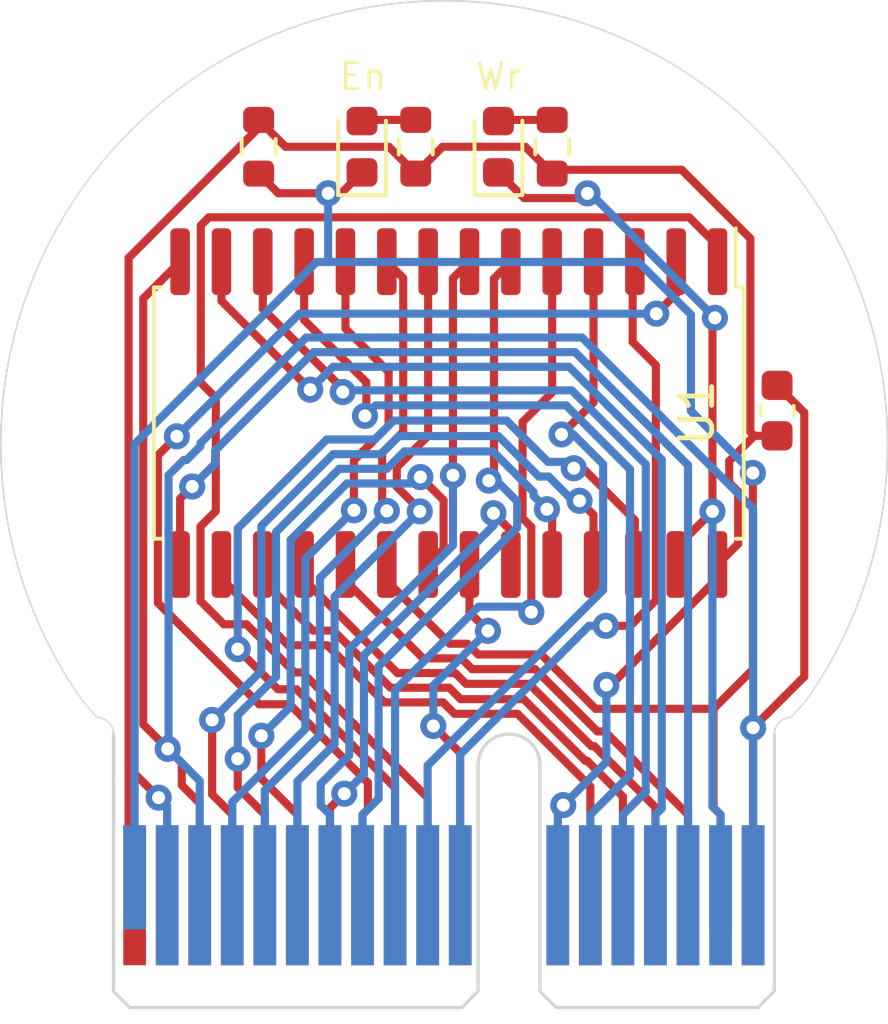
<source format=kicad_pcb>
(kicad_pcb (version 20221018) (generator pcbnew)
  (layers (0 "F.Cu" signal) (31 "B.Cu" signal) (34 "B.Paste" user) (35 "F.Paste" user) (36 "B.SilkS" user "B.Silkscreen") (37 "F.SilkS" user "F.Silkscreen") (38 "B.Mask" user) (39 "F.Mask" user) (44 "Edge.Cuts" user))
  (net 0 "")
  (net 1 "GND")
  (net 2 "+5V")
  (net 3 "D0")
  (net 4 "~{WE}")
  (net 5 "D3")
  (net 6 "D2")
  (net 7 "D1")
  (net 8 "A7")
  (net 9 "A6")
  (net 10 "A5")
  (net 11 "A4")
  (net 12 "A3")
  (net 13 "A2")
  (net 14 "A1")
  (net 15 "A0")
  (net 16 "~{CS}")
  (net 17 "D4")
  (net 18 "D7")
  (net 19 "D6")
  (net 20 "D5")
  (net 21 "~{OE}")
  (net 22 "A14")
  (net 23 "A13")
  (net 24 "A12")
  (net 25 "A11")
  (net 26 "A10")
  (net 27 "A9")
  (net 28 "A8")
  (net 29 "Net-(D1-Pad2)")
  (net 30 "Net-(D2-Pad2)")
  (footprint "Capacitor_SMD:C_0603_1608Metric" (layer "F.Cu") (at 77.1398 24.9936 90)
    (fp_text reference "C1" hide)
    (fp_text value "100nf")
    (fp_line (start -0.14058 -0.51) (end 0.14058 -0.51) (stroke (width 0.12)) (layer "F.SilkS"))
    (fp_line (start -0.14058 0.51) (end 0.14058 0.51) (stroke (width 0.12)) (layer "F.SilkS"))
    (pad "1" smd roundrect (at -0.775 0 90) (size 0.9 0.95) (layers "F.Cu" "F.Paste" "F.Mask") (net 2 "+5V"))
    (pad "2" smd roundrect (at 0.775 0 90) (size 0.9 0.95) (layers "F.Cu" "F.Paste" "F.Mask") (net 1 "GND"))
  )
  (footprint "Connector_PCBEdge:BUS_PCIexpress_x1" (layer "F.Cu") (at 57.404 39.878)
    (fp_text reference "J1" hide)
    (fp_text value "3183-10200P1T")
    (fp_line (start -0.65 -4.95) (end -0.65 2.95) (stroke (width 0.1)) (layer "Edge.Cuts"))
    (fp_line (start -0.65 2.95) (end -0.15 3.45) (stroke (width 0.1)) (layer "Edge.Cuts"))
    (fp_line (start -0.15 3.45) (end 10.05 3.45) (stroke (width 0.1)) (layer "Edge.Cuts"))
    (fp_line (start 10.55 -4) (end 10.55 2.95) (stroke (width 0.1)) (layer "Edge.Cuts"))
    (fp_line (start 10.55 2.95) (end 10.05 3.45) (stroke (width 0.1)) (layer "Edge.Cuts"))
    (fp_line (start 12.45 -4) (end 12.45 2.95) (stroke (width 0.1)) (layer "Edge.Cuts"))
    (fp_line (start 12.45 2.95) (end 12.95 3.45) (stroke (width 0.1)) (layer "Edge.Cuts"))
    (fp_line (start 12.95 3.45) (end 19.15 3.45) (stroke (width 0.1)) (layer "Edge.Cuts"))
    (fp_line (start 19.65 -4.95) (end 19.65 2.95) (stroke (width 0.1)) (layer "Edge.Cuts"))
    (fp_line (start 19.65 2.95) (end 19.15 3.45) (stroke (width 0.1)) (layer "Edge.Cuts"))
    (fp_arc (start 10.55 -4) (mid 11.5 -4.95) (end 12.45 -4) (stroke (width 0.1)) (layer "Edge.Cuts"))
    (pad "A1" connect rect (at 0 -0.55) (size 0.7 3.2) (layers "B.Cu" "B.Mask") (net 16 "~{CS}"))
    (pad "A2" connect rect (at 1 0) (size 0.7 4.3) (layers "B.Cu" "B.Mask") (net 2 "+5V"))
    (pad "A3" connect rect (at 2 0) (size 0.7 4.3) (layers "B.Cu" "B.Mask") (net 1 "GND"))
    (pad "A4" connect rect (at 3 0) (size 0.7 4.3) (layers "B.Cu" "B.Mask") (net 15 "A0"))
    (pad "A5" connect rect (at 4 0) (size 0.7 4.3) (layers "B.Cu" "B.Mask") (net 14 "A1"))
    (pad "A6" connect rect (at 5 0) (size 0.7 4.3) (layers "B.Cu" "B.Mask") (net 13 "A2"))
    (pad "A7" connect rect (at 6 0) (size 0.7 4.3) (layers "B.Cu" "B.Mask") (net 12 "A3"))
    (pad "A8" connect rect (at 7 0) (size 0.7 4.3) (layers "B.Cu" "B.Mask") (net 11 "A4"))
    (pad "A9" connect rect (at 8 0) (size 0.7 4.3) (layers "B.Cu" "B.Mask") (net 10 "A5"))
    (pad "A10" connect rect (at 9 0) (size 0.7 4.3) (layers "B.Cu" "B.Mask") (net 9 "A6"))
    (pad "A11" connect rect (at 10 0) (size 0.7 4.3) (layers "B.Cu" "B.Mask") (net 8 "A7"))
    (pad "A12" connect rect (at 13 0) (size 0.7 4.3) (layers "B.Cu" "B.Mask") (net 2 "+5V"))
    (pad "A13" connect rect (at 14 0) (size 0.7 4.3) (layers "B.Cu" "B.Mask") (net 3 "D0"))
    (pad "A14" connect rect (at 15 0) (size 0.7 4.3) (layers "B.Cu" "B.Mask") (net 7 "D1"))
    (pad "A15" connect rect (at 16 0) (size 0.7 4.3) (layers "B.Cu" "B.Mask") (net 6 "D2"))
    (pad "A16" connect rect (at 17 0) (size 0.7 4.3) (layers "B.Cu" "B.Mask") (net 5 "D3"))
    (pad "A17" connect rect (at 18 0) (size 0.7 4.3) (layers "B.Cu" "B.Mask") (net 4 "~{WE}"))
    (pad "A18" connect rect (at 19 0) (size 0.7 4.3) (layers "B.Cu" "B.Mask") (net 1 "GND"))
    (pad "B1" connect rect (at 0 0) (size 0.7 4.3) (layers "F.Cu" "F.Mask") (net 2 "+5V"))
    (pad "B2" connect rect (at 1 0) (size 0.7 4.3) (layers "F.Cu" "F.Mask") (net 2 "+5V"))
    (pad "B3" connect rect (at 2 0) (size 0.7 4.3) (layers "F.Cu" "F.Mask") (net 1 "GND"))
    (pad "B4" connect rect (at 3 0) (size 0.7 4.3) (layers "F.Cu" "F.Mask") (net 28 "A8"))
    (pad "B5" connect rect (at 4 0) (size 0.7 4.3) (layers "F.Cu" "F.Mask") (net 27 "A9"))
    (pad "B6" connect rect (at 5 0) (size 0.7 4.3) (layers "F.Cu" "F.Mask") (net 26 "A10"))
    (pad "B7" connect rect (at 6 0) (size 0.7 4.3) (layers "F.Cu" "F.Mask") (net 25 "A11"))
    (pad "B8" connect rect (at 7 0) (size 0.7 4.3) (layers "F.Cu" "F.Mask") (net 24 "A12"))
    (pad "B9" connect rect (at 8 0) (size 0.7 4.3) (layers "F.Cu" "F.Mask") (net 23 "A13"))
    (pad "B10" connect rect (at 9 0) (size 0.7 4.3) (layers "F.Cu" "F.Mask") (net 22 "A14"))
    (pad "B11" connect rect (at 10 0) (size 0.7 4.3) (layers "F.Cu" "F.Mask") (net 21 "~{OE}"))
    (pad "B12" connect rect (at 13 0) (size 0.7 4.3) (layers "F.Cu" "F.Mask") (net 2 "+5V"))
    (pad "B13" connect rect (at 14 0) (size 0.7 4.3) (layers "F.Cu" "F.Mask") (net 17 "D4"))
    (pad "B14" connect rect (at 15 0) (size 0.7 4.3) (layers "F.Cu" "F.Mask") (net 20 "D5"))
    (pad "B15" connect rect (at 16 0) (size 0.7 4.3) (layers "F.Cu" "F.Mask") (net 19 "D6"))
    (pad "B16" connect rect (at 17 0) (size 0.7 4.3) (layers "F.Cu" "F.Mask") (net 18 "D7"))
    (pad "B17" connect rect (at 18 -0.55) (size 0.7 3.2) (layers "F.Cu" "F.Mask") (net 16 "~{CS}"))
    (pad "B18" connect rect (at 19 0) (size 0.7 4.3) (layers "F.Cu" "F.Mask") (net 1 "GND"))
  )
  (footprint "Resistor_SMD:R_0603_1608Metric" (layer "F.Cu") (at 61.214 16.891 -90)
    (fp_text reference "R1" hide)
    (fp_text value "10k")
    (fp_line (start -0.237258 -0.5225) (end 0.237258 -0.5225) (stroke (width 0.12)) (layer "F.SilkS"))
    (fp_line (start -0.237258 0.5225) (end 0.237258 0.5225) (stroke (width 0.12)) (layer "F.SilkS"))
    (pad "1" smd roundrect (at -0.825 0 270) (size 0.8 0.95) (layers "F.Cu" "F.Paste" "F.Mask") (net 2 "+5V"))
    (pad "2" smd roundrect (at 0.825 0 270) (size 0.8 0.95) (layers "F.Cu" "F.Paste" "F.Mask") (net 16 "~{CS}"))
  )
  (footprint "Package_SO:SOIC-28W_7.5x17.9mm_P1.27mm" (layer "F.Cu") (at 67.056 25.0698 -90)
    (fp_text reference "U1" (at 0 -7.62 90) (layer "F.SilkS"))
    (fp_text value "HM62256BLP")
    (fp_line (start -3.86 -9.06) (end -3.86 -8.815) (stroke (width 0.12)) (layer "F.SilkS"))
    (fp_line (start -3.86 -8.815) (end -5.675 -8.815) (stroke (width 0.12)) (layer "F.SilkS"))
    (fp_line (start -3.86 9.06) (end -3.86 8.815) (stroke (width 0.12)) (layer "F.SilkS"))
    (fp_line (start 0 -9.06) (end -3.86 -9.06) (stroke (width 0.12)) (layer "F.SilkS"))
    (fp_line (start 0 -9.06) (end 3.86 -9.06) (stroke (width 0.12)) (layer "F.SilkS"))
    (fp_line (start 0 9.06) (end -3.86 9.06) (stroke (width 0.12)) (layer "F.SilkS"))
    (fp_line (start 0 9.06) (end 3.86 9.06) (stroke (width 0.12)) (layer "F.SilkS"))
    (fp_line (start 3.86 -9.06) (end 3.86 -8.815) (stroke (width 0.12)) (layer "F.SilkS"))
    (fp_line (start 3.86 9.06) (end 3.86 8.815) (stroke (width 0.12)) (layer "F.SilkS"))
    (pad "1" smd roundrect (at -4.65 -8.255 270) (size 2.05 0.6) (layers "F.Cu" "F.Paste" "F.Mask") (net 22 "A14"))
    (pad "2" smd roundrect (at -4.65 -6.985 270) (size 2.05 0.6) (layers "F.Cu" "F.Paste" "F.Mask") (net 24 "A12"))
    (pad "3" smd roundrect (at -4.65 -5.715 270) (size 2.05 0.6) (layers "F.Cu" "F.Paste" "F.Mask") (net 8 "A7"))
    (pad "4" smd roundrect (at -4.65 -4.445 270) (size 2.05 0.6) (layers "F.Cu" "F.Paste" "F.Mask") (net 9 "A6"))
    (pad "5" smd roundrect (at -4.65 -3.175 270) (size 2.05 0.6) (layers "F.Cu" "F.Paste" "F.Mask") (net 10 "A5"))
    (pad "6" smd roundrect (at -4.65 -1.905 270) (size 2.05 0.6) (layers "F.Cu" "F.Paste" "F.Mask") (net 11 "A4"))
    (pad "7" smd roundrect (at -4.65 -0.635 270) (size 2.05 0.6) (layers "F.Cu" "F.Paste" "F.Mask") (net 12 "A3"))
    (pad "8" smd roundrect (at -4.65 0.635 270) (size 2.05 0.6) (layers "F.Cu" "F.Paste" "F.Mask") (net 13 "A2"))
    (pad "9" smd roundrect (at -4.65 1.905 270) (size 2.05 0.6) (layers "F.Cu" "F.Paste" "F.Mask") (net 14 "A1"))
    (pad "10" smd roundrect (at -4.65 3.175 270) (size 2.05 0.6) (layers "F.Cu" "F.Paste" "F.Mask") (net 15 "A0"))
    (pad "11" smd roundrect (at -4.65 4.445 270) (size 2.05 0.6) (layers "F.Cu" "F.Paste" "F.Mask") (net 3 "D0"))
    (pad "12" smd roundrect (at -4.65 5.715 270) (size 2.05 0.6) (layers "F.Cu" "F.Paste" "F.Mask") (net 7 "D1"))
    (pad "13" smd roundrect (at -4.65 6.985 270) (size 2.05 0.6) (layers "F.Cu" "F.Paste" "F.Mask") (net 6 "D2"))
    (pad "14" smd roundrect (at -4.65 8.255 270) (size 2.05 0.6) (layers "F.Cu" "F.Paste" "F.Mask") (net 1 "GND"))
    (pad "15" smd roundrect (at 4.65 8.255 270) (size 2.05 0.6) (layers "F.Cu" "F.Paste" "F.Mask") (net 5 "D3"))
    (pad "16" smd roundrect (at 4.65 6.985 270) (size 2.05 0.6) (layers "F.Cu" "F.Paste" "F.Mask") (net 17 "D4"))
    (pad "17" smd roundrect (at 4.65 5.715 270) (size 2.05 0.6) (layers "F.Cu" "F.Paste" "F.Mask") (net 20 "D5"))
    (pad "18" smd roundrect (at 4.65 4.445 270) (size 2.05 0.6) (layers "F.Cu" "F.Paste" "F.Mask") (net 19 "D6"))
    (pad "19" smd roundrect (at 4.65 3.175 270) (size 2.05 0.6) (layers "F.Cu" "F.Paste" "F.Mask") (net 18 "D7"))
    (pad "20" smd roundrect (at 4.65 1.905 270) (size 2.05 0.6) (layers "F.Cu" "F.Paste" "F.Mask") (net 16 "~{CS}"))
    (pad "21" smd roundrect (at 4.65 0.635 270) (size 2.05 0.6) (layers "F.Cu" "F.Paste" "F.Mask") (net 26 "A10"))
    (pad "22" smd roundrect (at 4.65 -0.635 270) (size 2.05 0.6) (layers "F.Cu" "F.Paste" "F.Mask") (net 21 "~{OE}"))
    (pad "23" smd roundrect (at 4.65 -1.905 270) (size 2.05 0.6) (layers "F.Cu" "F.Paste" "F.Mask") (net 25 "A11"))
    (pad "24" smd roundrect (at 4.65 -3.175 270) (size 2.05 0.6) (layers "F.Cu" "F.Paste" "F.Mask") (net 27 "A9"))
    (pad "25" smd roundrect (at 4.65 -4.445 270) (size 2.05 0.6) (layers "F.Cu" "F.Paste" "F.Mask") (net 28 "A8"))
    (pad "26" smd roundrect (at 4.65 -5.715 270) (size 2.05 0.6) (layers "F.Cu" "F.Paste" "F.Mask") (net 23 "A13"))
    (pad "27" smd roundrect (at 4.65 -6.985 270) (size 2.05 0.6) (layers "F.Cu" "F.Paste" "F.Mask") (net 4 "~{WE}"))
    (pad "28" smd roundrect (at 4.65 -8.255 270) (size 2.05 0.6) (layers "F.Cu" "F.Paste" "F.Mask") (net 2 "+5V"))
  )
  (footprint "LED_SMD:LED_0603_1608Metric" (layer "F.Cu") (at 68.58 16.891 90)
    (fp_text reference "D2")
    (fp_text value "LED")
    (fp_line (start -1.485 -0.735) (end -1.485 0.735) (stroke (width 0.12)) (layer "F.SilkS"))
    (fp_line (start -1.485 0.735) (end 0.8 0.735) (stroke (width 0.12)) (layer "F.SilkS"))
    (fp_line (start 0.8 -0.735) (end -1.485 -0.735) (stroke (width 0.12)) (layer "F.SilkS"))
    (pad "1" smd roundrect (at -0.7875 0 90) (size 0.875 0.95) (layers "F.Cu" "F.Paste" "F.Mask") (net 4 "~{WE}"))
    (pad "2" smd roundrect (at 0.7875 0 90) (size 0.875 0.95) (layers "F.Cu" "F.Paste" "F.Mask") (net 30 "Net-(D2-Pad2)"))
  )
  (footprint "Resistor_SMD:R_0603_1608Metric" (layer "F.Cu") (at 66.04 16.891 90)
    (fp_text reference "R2" hide)
    (fp_text value "1k")
    (fp_line (start -0.237258 -0.5225) (end 0.237258 -0.5225) (stroke (width 0.12)) (layer "F.SilkS"))
    (fp_line (start -0.237258 0.5225) (end 0.237258 0.5225) (stroke (width 0.12)) (layer "F.SilkS"))
    (pad "1" smd roundrect (at -0.825 0 90) (size 0.8 0.95) (layers "F.Cu" "F.Paste" "F.Mask") (net 2 "+5V"))
    (pad "2" smd roundrect (at 0.825 0 90) (size 0.8 0.95) (layers "F.Cu" "F.Paste" "F.Mask") (net 29 "Net-(D1-Pad2)"))
  )
  (footprint "Resistor_SMD:R_0603_1608Metric" (layer "F.Cu") (at 70.231 16.891 90)
    (fp_text reference "R3" hide)
    (fp_text value "1k")
    (fp_line (start -0.237258 -0.5225) (end 0.237258 -0.5225) (stroke (width 0.12)) (layer "F.SilkS"))
    (fp_line (start -0.237258 0.5225) (end 0.237258 0.5225) (stroke (width 0.12)) (layer "F.SilkS"))
    (pad "1" smd roundrect (at -0.825 0 90) (size 0.8 0.95) (layers "F.Cu" "F.Paste" "F.Mask") (net 2 "+5V"))
    (pad "2" smd roundrect (at 0.825 0 90) (size 0.8 0.95) (layers "F.Cu" "F.Paste" "F.Mask") (net 30 "Net-(D2-Pad2)"))
  )
  (footprint "LED_SMD:LED_0603_1608Metric" (layer "F.Cu") (at 64.389 16.891 90)
    (fp_text reference "D1")
    (fp_text value "LED")
    (fp_line (start -1.485 -0.735) (end -1.485 0.735) (stroke (width 0.12)) (layer "F.SilkS"))
    (fp_line (start -1.485 0.735) (end 0.8 0.735) (stroke (width 0.12)) (layer "F.SilkS"))
    (fp_line (start 0.8 -0.735) (end -1.485 -0.735) (stroke (width 0.12)) (layer "F.SilkS"))
    (pad "1" smd roundrect (at -0.7875 0 90) (size 0.875 0.95) (layers "F.Cu" "F.Paste" "F.Mask") (net 16 "~{CS}"))
    (pad "2" smd roundrect (at 0.7875 0 90) (size 0.875 0.95) (layers "F.Cu" "F.Paste" "F.Mask") (net 29 "Net-(D1-Pad2)"))
  )
  (gr_arc (start 77.054 34.928) (mid 77.20279 34.56879) (end 77.562 34.42) (stroke (width 0.05)) (layer "Edge.Cuts"))
  (gr_arc (start 55.8038 33.909) (mid 66.914395 12.408789) (end 78.019243 33.911969) (stroke (width 0.05)) (layer "Edge.Cuts"))
  (gr_line (start 56.246 34.42) (end 55.8038 33.909) (stroke (width 0.05)) (layer "Edge.Cuts"))
  (gr_line (start 78.019243 33.911969) (end 77.562 34.42) (stroke (width 0.05)) (layer "Edge.Cuts"))
  (gr_arc (start 56.246 34.42) (mid 56.60521 34.56879) (end 56.754 34.928) (stroke (width 0.05)) (layer "Edge.Cuts"))
  (gr_text "Wr" (at 67.818 14.732) (layer "F.SilkS") (effects (font (size 0.8 0.8) (thickness 0.1)) (justify left)))
  (gr_text "En" (at 63.627 14.732) (layer "F.SilkS") (effects (font (size 0.8 0.8) (thickness 0.1)) (justify left)))
  (segment (start 58.42 35.3822) (end 57.6683 34.6305) (width 0.25) (layer "F.Cu") (net 1))
  (segment (start 57.6683 34.6305) (end 57.6683 21.5525) (width 0.25) (layer "F.Cu") (net 1))
  (segment (start 77.975 33.1636) (end 77.975 25.0538) (width 0.25) (layer "F.Cu") (net 1))
  (segment (start 58.8518 35.814) (end 58.42 35.3822) (width 0.25) (layer "F.Cu") (net 1))
  (segment (start 77.975 25.0538) (end 77.1398 24.2186) (width 0.25) (layer "F.Cu") (net 1))
  (segment (start 59.404 39.878) (end 59.404 37.052) (width 0.25) (layer "F.Cu") (net 1))
  (segment (start 76.404 37.4027) (end 76.404 34.7346) (width 0.25) (layer "F.Cu") (net 1))
  (segment (start 57.6683 21.5525) (end 58.801 20.4198) (width 0.25) (layer "F.Cu") (net 1))
  (segment (start 59.404 37.052) (end 58.8518 36.4998) (width 0.25) (layer "F.Cu") (net 1))
  (segment (start 76.404 34.7346) (end 77.975 33.1636) (width 0.25) (layer "F.Cu") (net 1))
  (segment (start 58.8518 36.4998) (end 58.8518 35.814) (width 0.25) (layer "F.Cu") (net 1))
  (segment (start 76.404 39.878) (end 76.404 37.4027) (width 0.25) (layer "F.Cu") (net 1))
  (via (at 76.404 34.7346) (size 0.8) (drill 0.4) (layers "F.Cu" "B.Cu") (net 1))
  (via (at 58.42 35.3822) (size 0.8) (drill 0.4) (layers "F.Cu" "B.Cu") (net 1))
  (segment (start 59.404 39.878) (end 59.404 36.3662) (width 0.25) (layer "B.Cu") (net 1))
  (segment (start 58.4465 26.9743) (end 58.9102 26.5106) (width 0.25) (layer "B.Cu") (net 1))
  (segment (start 59.4254 26.0858) (end 59.4254 25.9954) (width 0.25) (layer "B.Cu") (net 1))
  (segment (start 58.42 35.3822) (end 58.4465 35.3557) (width 0.25) (layer "B.Cu") (net 1))
  (segment (start 58.4465 35.3557) (end 58.4465 26.9743) (width 0.25) (layer "B.Cu") (net 1))
  (segment (start 62.672 22.7488) (end 71.1476 22.7488) (width 0.25) (layer "B.Cu") (net 1))
  (segment (start 58.9102 26.5106) (end 59.0006 26.5106) (width 0.25) (layer "B.Cu") (net 1))
  (segment (start 59.0006 26.5106) (end 59.4254 26.0858) (width 0.25) (layer "B.Cu") (net 1))
  (segment (start 59.404 36.3662) (end 58.42 35.3822) (width 0.25) (layer "B.Cu") (net 1))
  (segment (start 76.404 34.7346) (end 76.404 39.878) (width 0.25) (layer "B.Cu") (net 1))
  (segment (start 59.4254 25.9954) (end 62.672 22.7488) (width 0.25) (layer "B.Cu") (net 1))
  (segment (start 76.404 28.0052) (end 76.404 34.7346) (width 0.25) (layer "B.Cu") (net 1))
  (segment (start 71.1476 22.7488) (end 76.404 28.0052) (width 0.25) (layer "B.Cu") (net 1))
  (segment (start 58.1406 36.8808) (end 57.2179 35.9581) (width 0.25) (layer "F.Cu") (net 2))
  (segment (start 61.3358 16.1878) (end 61.214 16.066) (width 0.25) (layer "F.Cu") (net 2))
  (segment (start 66.04 17.716) (end 65.215 16.891) (width 0.25) (layer "F.Cu") (net 2))
  (segment (start 75.311 29.7198) (end 75.311 30.1472) (width 0.25) (layer "F.Cu") (net 2))
  (segment (start 62.039 16.891) (end 61.3358 16.1878) (width 0.25) (layer "F.Cu") (net 2))
  (segment (start 57.404 39.878) (end 57.404 38.7274) (width 0.25) (layer "F.Cu") (net 2))
  (segment (start 57.2179 36.3811) (end 57.2179 20.3057) (width 0.25) (layer "F.Cu") (net 2))
  (segment (start 58.404 39.878) (end 58.404 39.7274) (width 0.25) (layer "F.Cu") (net 2))
  (segment (start 75.9445 27.4834) (end 75.6695 27.2084) (width 0.25) (layer "F.Cu") (net 2))
  (segment (start 75.9445 29.0863) (end 75.9445 27.4834) (width 0.25) (layer "F.Cu") (net 2))
  (segment (start 76.32 19.7092) (end 76.32 25.6469) (width 0.25) (layer "F.Cu") (net 2))
  (segment (start 75.311 29.7198) (end 75.9445 29.0863) (width 0.25) (layer "F.Cu") (net 2))
  (segment (start 72.0371 33.4211) (end 71.8963 33.4211) (width 0.25) (layer "F.Cu") (net 2))
  (segment (start 57.2179 20.3057) (end 61.3358 16.1878) (width 0.25) (layer "F.Cu") (net 2))
  (segment (start 70.231 17.716) (end 69.406 16.891) (width 0.25) (layer "F.Cu") (net 2))
  (segment (start 69.406 16.891) (end 66.865 16.891) (width 0.25) (layer "F.Cu") (net 2))
  (segment (start 75.6695 27.2084) (end 75.6695 26.5408) (width 0.25) (layer "F.Cu") (net 2))
  (segment (start 70.3496 17.5974) (end 74.2082 17.5974) (width 0.25) (layer "F.Cu") (net 2))
  (segment (start 70.231 17.716) (end 70.3496 17.5974) (width 0.25) (layer "F.Cu") (net 2))
  (segment (start 65.215 16.891) (end 62.039 16.891) (width 0.25) (layer "F.Cu") (net 2))
  (segment (start 75.311 30.1472) (end 72.0371 33.4211) (width 0.25) (layer "F.Cu") (net 2))
  (segment (start 70.404 39.878) (end 70.404 37.2766) (width 0.25) (layer "F.Cu") (net 2))
  (segment (start 70.404 37.2766) (end 70.5715 37.1091) (width 0.25) (layer "F.Cu") (net 2))
  (segment (start 74.2082 17.5974) (end 76.32 19.7092) (width 0.25) (layer "F.Cu") (net 2))
  (segment (start 66.865 16.891) (end 66.04 17.716) (width 0.25) (layer "F.Cu") (net 2))
  (segment (start 57.2179 38.5413) (end 57.2179 36.3811) (width 0.25) (layer "F.Cu") (net 2))
  (segment (start 77.1398 25.7686) (end 76.4417 25.7686) (width 0.25) (layer "F.Cu") (net 2))
  (segment (start 71.8963 33.4211) (end 71.8963 33.4212) (width 0.25) (layer "F.Cu") (net 2))
  (segment (start 58.404 37.1442) (end 58.1406 36.8808) (width 0.25) (layer "F.Cu") (net 2))
  (segment (start 75.6695 26.5408) (end 76.4417 25.7686) (width 0.25) (layer "F.Cu") (net 2))
  (segment (start 57.404 38.7274) (end 57.2179 38.5413) (width 0.25) (layer "F.Cu") (net 2))
  (segment (start 76.32 25.6469) (end 76.4417 25.7686) (width 0.25) (layer "F.Cu") (net 2))
  (segment (start 57.3071 36.3811) (end 57.2179 36.3811) (width 0.25) (layer "F.Cu") (net 2))
  (segment (start 58.404 39.878) (end 58.404 37.1442) (width 0.25) (layer "F.Cu") (net 2))
  (via (at 58.1406 36.8808) (size 0.8) (drill 0.4) (layers "F.Cu" "B.Cu") (net 2))
  (via (at 70.5715 37.1091) (size 0.8) (drill 0.4) (layers "F.Cu" "B.Cu") (net 2))
  (via (at 71.8963 33.4212) (size 0.8) (drill 0.4) (layers "F.Cu" "B.Cu") (net 2))
  (segment (start 70.404 39.878) (end 70.404 37.2766) (width 0.25) (layer "B.Cu") (net 2))
  (segment (start 58.404 37.1442) (end 58.1406 36.8808) (width 0.25) (layer "B.Cu") (net 2))
  (segment (start 58.404 39.878) (end 58.404 37.1442) (width 0.25) (layer "B.Cu") (net 2))
  (segment (start 70.404 37.2766) (end 70.5715 37.1091) (width 0.25) (layer "B.Cu") (net 2))
  (segment (start 71.8963 33.4212) (end 71.8963 35.7843) (width 0.25) (layer "B.Cu") (net 2))
  (segment (start 71.8963 35.7843) (end 70.5715 37.1091) (width 0.25) (layer "B.Cu") (net 2))
  (segment (start 64.5224 25.1131) (end 64.5224 24.1231) (width 0.25) (layer "F.Cu") (net 3))
  (segment (start 64.5224 24.1231) (end 62.611 22.2117) (width 0.25) (layer "F.Cu") (net 3))
  (segment (start 62.611 22.2117) (end 62.611 20.4198) (width 0.25) (layer "F.Cu") (net 3))
  (segment (start 64.4794 25.1561) (end 64.5224 25.1131) (width 0.25) (layer "F.Cu") (net 3))
  (via (at 64.4794 25.1561) (size 0.8) (drill 0.4) (layers "F.Cu" "B.Cu") (net 3))
  (segment (start 64.8024 24.8331) (end 64.4794 25.1561) (width 0.25) (layer "B.Cu") (net 3))
  (segment (start 72.6216 26.7976) (end 70.6571 24.8331) (width 0.25) (layer "B.Cu") (net 3))
  (segment (start 70.6571 24.8331) (end 64.8024 24.8331) (width 0.25) (layer "B.Cu") (net 3))
  (segment (start 72.6216 36.1851) (end 72.6216 26.7976) (width 0.25) (layer "B.Cu") (net 3))
  (segment (start 71.404 39.878) (end 71.404 37.4027) (width 0.25) (layer "B.Cu") (net 3))
  (segment (start 71.404 37.4027) (end 72.6216 36.1851) (width 0.25) (layer "B.Cu") (net 3))
  (segment (start 71.169 18.4678) (end 71.314 18.3228) (width 0.25) (layer "F.Cu") (net 4))
  (segment (start 74.041 29.2027) (end 75.1545 28.0892) (width 0.25) (layer "F.Cu") (net 4))
  (segment (start 75.1545 22.2192) (end 75.2293 22.1444) (width 0.25) (layer "F.Cu") (net 4))
  (segment (start 68.58 17.6785) (end 69.3693 18.4678) (width 0.25) (layer "F.Cu") (net 4))
  (segment (start 75.1545 28.0892) (end 75.1545 22.2192) (width 0.25) (layer "F.Cu") (net 4))
  (segment (start 74.041 29.7198) (end 74.041 29.2027) (width 0.25) (layer "F.Cu") (net 4))
  (segment (start 69.3693 18.4678) (end 71.169 18.4678) (width 0.25) (layer "F.Cu") (net 4))
  (via (at 71.314 18.3228) (size 0.8) (drill 0.4) (layers "F.Cu" "B.Cu") (net 4))
  (via (at 75.2293 22.1444) (size 0.8) (drill 0.4) (layers "F.Cu" "B.Cu") (net 4))
  (via (at 75.1545 28.0892) (size 0.8) (drill 0.4) (layers "F.Cu" "B.Cu") (net 4))
  (segment (start 75.2293 22.1444) (end 71.4077 18.3228) (width 0.25) (layer "B.Cu") (net 4))
  (segment (start 75.404 39.878) (end 75.404 37.4027) (width 0.25) (layer "B.Cu") (net 4))
  (segment (start 71.4077 18.3228) (end 71.314 18.3228) (width 0.25) (layer "B.Cu") (net 4))
  (segment (start 75.404 37.4027) (end 75.1545 37.1532) (width 0.25) (layer "B.Cu") (net 4))
  (segment (start 75.1545 37.1532) (end 75.1545 28.0892) (width 0.25) (layer "B.Cu") (net 4))
  (segment (start 58.801 27.6964) (end 59.1718 27.3256) (width 0.25) (layer "F.Cu") (net 5))
  (segment (start 58.801 29.7198) (end 58.801 27.6964) (width 0.25) (layer "F.Cu") (net 5))
  (via (at 59.1718 27.3256) (size 0.8) (drill 0.4) (layers "F.Cu" "B.Cu") (net 5))
  (segment (start 70.934 23.1992) (end 74.404 26.6692) (width 0.25) (layer "B.Cu") (net 5))
  (segment (start 74.404 26.6692) (end 74.404 39.878) (width 0.25) (layer "B.Cu") (net 5))
  (segment (start 62.8999 23.1992) (end 70.934 23.1992) (width 0.25) (layer "B.Cu") (net 5))
  (segment (start 59.8757 26.6217) (end 59.8757 26.2234) (width 0.25) (layer "B.Cu") (net 5))
  (segment (start 59.8757 26.2234) (end 62.8999 23.1992) (width 0.25) (layer "B.Cu") (net 5))
  (segment (start 59.1718 27.3256) (end 59.8757 26.6217) (width 0.25) (layer "B.Cu") (net 5))
  (segment (start 60.071 21.6248) (end 62.7967 24.3505) (width 0.25) (layer "F.Cu") (net 6))
  (segment (start 60.071 20.4198) (end 60.071 21.6248) (width 0.25) (layer "F.Cu") (net 6))
  (via (at 62.7967 24.3505) (size 0.8) (drill 0.4) (layers "F.Cu" "B.Cu") (net 6))
  (segment (start 62.7967 24.3505) (end 63.4976 23.6496) (width 0.25) (layer "B.Cu") (net 6))
  (segment (start 73.5973 37.2094) (end 73.404 37.4027) (width 0.25) (layer "B.Cu") (net 6))
  (segment (start 70.7475 23.6496) (end 73.5973 26.4994) (width 0.25) (layer "B.Cu") (net 6))
  (segment (start 63.4976 23.6496) (end 70.7475 23.6496) (width 0.25) (layer "B.Cu") (net 6))
  (segment (start 73.5973 26.4994) (end 73.5973 37.2094) (width 0.25) (layer "B.Cu") (net 6))
  (segment (start 73.404 39.878) (end 73.404 37.4027) (width 0.25) (layer "B.Cu") (net 6))
  (segment (start 61.341 21.869) (end 61.341 20.4198) (width 0.25) (layer "F.Cu") (net 7))
  (segment (start 63.7971 24.4236) (end 63.7971 24.3251) (width 0.25) (layer "F.Cu") (net 7))
  (segment (start 63.7971 24.3251) (end 61.341 21.869) (width 0.25) (layer "F.Cu") (net 7))
  (via (at 63.7971 24.4236) (size 0.8) (drill 0.4) (layers "F.Cu" "B.Cu") (net 7))
  (segment (start 63.7971 24.4236) (end 63.8487 24.372) (width 0.25) (layer "B.Cu") (net 7))
  (segment (start 70.833 24.372) (end 73.1061 26.6451) (width 0.25) (layer "B.Cu") (net 7))
  (segment (start 72.404 39.878) (end 72.404 37.4027) (width 0.25) (layer "B.Cu") (net 7))
  (segment (start 73.1061 26.6451) (end 73.1061 36.7006) (width 0.25) (layer "B.Cu") (net 7))
  (segment (start 73.1061 36.7006) (end 72.404 37.4027) (width 0.25) (layer "B.Cu") (net 7))
  (segment (start 63.8487 24.372) (end 70.833 24.372) (width 0.25) (layer "B.Cu") (net 7))
  (segment (start 73.415 30.8187) (end 72.6293 31.6044) (width 0.25) (layer "F.Cu") (net 8))
  (segment (start 72.771 20.4198) (end 72.703 20.4878) (width 0.25) (layer "F.Cu") (net 8))
  (segment (start 72.703 22.8869) (end 73.415 23.5989) (width 0.25) (layer "F.Cu") (net 8))
  (segment (start 72.6293 31.6044) (end 71.8805 31.6044) (width 0.25) (layer "F.Cu") (net 8))
  (segment (start 73.415 23.5989) (end 73.415 30.8187) (width 0.25) (layer "F.Cu") (net 8))
  (segment (start 72.703 20.4878) (end 72.703 22.8869) (width 0.25) (layer "F.Cu") (net 8))
  (via (at 71.8805 31.6044) (size 0.8) (drill 0.4) (layers "F.Cu" "B.Cu") (net 8))
  (segment (start 71.3574 31.6044) (end 71.8805 31.6044) (width 0.25) (layer "B.Cu") (net 8))
  (segment (start 67.404 35.5578) (end 71.3574 31.6044) (width 0.25) (layer "B.Cu") (net 8))
  (segment (start 67.404 39.878) (end 67.404 37.4027) (width 0.25) (layer "B.Cu") (net 8))
  (segment (start 67.404 37.4027) (end 67.404 35.5578) (width 0.25) (layer "B.Cu") (net 8))
  (segment (start 71.501 20.4198) (end 71.501 24.743) (width 0.25) (layer "F.Cu") (net 9))
  (segment (start 71.501 24.743) (end 70.5181 25.7259) (width 0.25) (layer "F.Cu") (net 9))
  (via (at 70.5181 25.7259) (size 0.8) (drill 0.4) (layers "F.Cu" "B.Cu") (net 9))
  (segment (start 70.8826 25.7259) (end 71.7961 26.6394) (width 0.25) (layer "B.Cu") (net 9))
  (segment (start 70.5181 25.7259) (end 70.8826 25.7259) (width 0.25) (layer "B.Cu") (net 9))
  (segment (start 71.7961 30.5018) (end 66.404 35.8939) (width 0.25) (layer "B.Cu") (net 9))
  (segment (start 71.7961 26.6394) (end 71.7961 30.5018) (width 0.25) (layer "B.Cu") (net 9))
  (segment (start 66.404 35.8939) (end 66.404 39.878) (width 0.25) (layer "B.Cu") (net 9))
  (segment (start 69.3212 28.3) (end 69.5902 28.569) (width 0.25) (layer "F.Cu") (net 10))
  (segment (start 69.3212 25.3445) (end 69.3212 28.3) (width 0.25) (layer "F.Cu") (net 10))
  (segment (start 70.231 24.4347) (end 69.3212 25.3445) (width 0.25) (layer "F.Cu") (net 10))
  (segment (start 70.231 20.4198) (end 70.231 24.4347) (width 0.25) (layer "F.Cu") (net 10))
  (segment (start 69.5902 28.569) (end 69.5902 31.1821) (width 0.25) (layer "F.Cu") (net 10))
  (via (at 69.5902 31.1821) (size 0.8) (drill 0.4) (layers "F.Cu" "B.Cu") (net 10))
  (segment (start 69.4227 31.0146) (end 69.5902 31.1821) (width 0.25) (layer "B.Cu") (net 10))
  (segment (start 65.404 37.4027) (end 65.404 33.5786) (width 0.25) (layer "B.Cu") (net 10))
  (segment (start 65.404 33.5786) (end 67.968 31.0146) (width 0.25) (layer "B.Cu") (net 10))
  (segment (start 67.968 31.0146) (end 69.4227 31.0146) (width 0.25) (layer "B.Cu") (net 10))
  (segment (start 65.404 39.878) (end 65.404 37.4027) (width 0.25) (layer "B.Cu") (net 10))
  (segment (start 68.4431 20.9377) (end 68.4431 26.9864) (width 0.25) (layer "F.Cu") (net 11))
  (segment (start 68.4431 26.9864) (end 68.284 27.1455) (width 0.25) (layer "F.Cu") (net 11))
  (segment (start 68.961 20.4198) (end 68.4431 20.9377) (width 0.25) (layer "F.Cu") (net 11))
  (via (at 68.284 27.1455) (size 0.8) (drill 0.4) (layers "F.Cu" "B.Cu") (net 11))
  (segment (start 64.8985 36.9082) (end 64.8985 32.8455) (width 0.25) (layer "B.Cu") (net 11))
  (segment (start 69.1554 28.5886) (end 69.1554 27.7811) (width 0.25) (layer "B.Cu") (net 11))
  (segment (start 64.404 37.4027) (end 64.8985 36.9082) (width 0.25) (layer "B.Cu") (net 11))
  (segment (start 69.1554 27.7811) (end 68.5198 27.1455) (width 0.25) (layer "B.Cu") (net 11))
  (segment (start 64.404 39.878) (end 64.404 37.4027) (width 0.25) (layer "B.Cu") (net 11))
  (segment (start 68.5198 27.1455) (end 68.284 27.1455) (width 0.25) (layer "B.Cu") (net 11))
  (segment (start 64.8985 32.8455) (end 69.1554 28.5886) (width 0.25) (layer "B.Cu") (net 11))
  (segment (start 67.1826 20.9282) (end 67.1826 26.9797) (width 0.25) (layer "F.Cu") (net 12))
  (segment (start 67.691 20.4198) (end 67.1826 20.9282) (width 0.25) (layer "F.Cu") (net 12))
  (via (at 67.1826 26.9797) (size 0.8) (drill 0.4) (layers "F.Cu" "B.Cu") (net 12))
  (segment (start 63.1193 36.4586) (end 63.1193 37.118) (width 0.25) (layer "B.Cu") (net 12))
  (segment (start 67.1826 26.9797) (end 67.1826 29.1323) (width 0.25) (layer "B.Cu") (net 12))
  (segment (start 63.9979 32.317) (end 63.9979 35.58) (width 0.25) (layer "B.Cu") (net 12))
  (segment (start 63.9979 35.58) (end 63.1193 36.4586) (width 0.25) (layer "B.Cu") (net 12))
  (segment (start 67.1826 29.1323) (end 63.9979 32.317) (width 0.25) (layer "B.Cu") (net 12))
  (segment (start 63.1193 37.118) (end 63.404 37.4027) (width 0.25) (layer "B.Cu") (net 12))
  (segment (start 63.404 39.878) (end 63.404 37.4027) (width 0.25) (layer "B.Cu") (net 12))
  (segment (start 66.421 25.7695) (end 65.4569 26.7336) (width 0.25) (layer "F.Cu") (net 13))
  (segment (start 66.1632 28.0407) (end 66.1632 28.0892) (width 0.25) (layer "F.Cu") (net 13))
  (segment (start 66.421 20.4198) (end 66.421 25.7695) (width 0.25) (layer "F.Cu") (net 13))
  (segment (start 65.4569 27.3344) (end 66.1632 28.0407) (width 0.25) (layer "F.Cu") (net 13))
  (segment (start 65.4569 26.7336) (end 65.4569 27.3344) (width 0.25) (layer "F.Cu") (net 13))
  (via (at 66.1632 28.0892) (size 0.8) (drill 0.4) (layers "F.Cu" "B.Cu") (net 13))
  (segment (start 63.5475 30.7049) (end 63.5475 35.2364) (width 0.25) (layer "B.Cu") (net 13))
  (segment (start 62.404 36.3799) (end 62.404 37.4027) (width 0.25) (layer "B.Cu") (net 13))
  (segment (start 63.5475 35.2364) (end 62.404 36.3799) (width 0.25) (layer "B.Cu") (net 13))
  (segment (start 62.404 39.878) (end 62.404 37.4027) (width 0.25) (layer "B.Cu") (net 13))
  (segment (start 66.1632 28.0892) (end 63.5475 30.7049) (width 0.25) (layer "B.Cu") (net 13))
  (segment (start 65.0066 27.9311) (end 65.0066 26.2916) (width 0.25) (layer "F.Cu") (net 14))
  (segment (start 65.0066 26.2916) (end 65.655 25.6432) (width 0.25) (layer "F.Cu") (net 14))
  (segment (start 65.655 20.9238) (end 65.151 20.4198) (width 0.25) (layer "F.Cu") (net 14))
  (segment (start 65.655 25.6432) (end 65.655 20.9238) (width 0.25) (layer "F.Cu") (net 14))
  (segment (start 65.151 28.0755) (end 65.0066 27.9311) (width 0.25) (layer "F.Cu") (net 14))
  (via (at 65.151 28.0755) (size 0.8) (drill 0.4) (layers "F.Cu" "B.Cu") (net 14))
  (segment (start 63.0972 34.9588) (end 61.404 36.652) (width 0.25) (layer "B.Cu") (net 14))
  (segment (start 65.151 28.0755) (end 63.0972 30.1293) (width 0.25) (layer "B.Cu") (net 14))
  (segment (start 61.404 39.878) (end 61.404 37.4027) (width 0.25) (layer "B.Cu") (net 14))
  (segment (start 61.404 36.652) (end 61.404 37.4027) (width 0.25) (layer "B.Cu") (net 14))
  (segment (start 63.0972 30.1293) (end 63.0972 34.9588) (width 0.25) (layer "B.Cu") (net 14))
  (segment (start 65.2047 23.8017) (end 63.881 22.478) (width 0.25) (layer "F.Cu") (net 15))
  (segment (start 64.1407 26.5206) (end 65.2047 25.4566) (width 0.25) (layer "F.Cu") (net 15))
  (segment (start 65.2047 25.4566) (end 65.2047 23.8017) (width 0.25) (layer "F.Cu") (net 15))
  (segment (start 63.881 22.478) (end 63.881 20.4198) (width 0.25) (layer "F.Cu") (net 15))
  (segment (start 64.1407 28.0542) (end 64.1407 26.5206) (width 0.25) (layer "F.Cu") (net 15))
  (via (at 64.1407 28.0542) (size 0.8) (drill 0.4) (layers "F.Cu" "B.Cu") (net 15))
  (segment (start 64.1407 28.0542) (end 62.6469 29.548) (width 0.25) (layer "B.Cu") (net 15))
  (segment (start 62.6469 29.548) (end 62.6469 34.7722) (width 0.25) (layer "B.Cu") (net 15))
  (segment (start 60.404 39.878) (end 60.404 37.4027) (width 0.25) (layer "B.Cu") (net 15))
  (segment (start 60.404 37.0151) (end 60.404 37.4027) (width 0.25) (layer "B.Cu") (net 15))
  (segment (start 62.6469 34.7722) (end 60.404 37.0151) (width 0.25) (layer "B.Cu") (net 15))
  (segment (start 65.151 30.2225) (end 65.151 29.7198) (width 0.25) (layer "F.Cu") (net 16))
  (segment (start 75.187 37.1857) (end 75.187 34.1527) (width 0.25) (layer "F.Cu") (net 16))
  (segment (start 75.187 34.1527) (end 71.5623 34.1527) (width 0.25) (layer "F.Cu") (net 16))
  (segment (start 71.5623 34.1527) (end 69.8935 32.4839) (width 0.25) (layer "F.Cu") (net 16))
  (segment (start 63.3488 18.3187) (end 61.8167 18.3187) (width 0.25) (layer "F.Cu") (net 16))
  (segment (start 75.187 34.1527) (end 76.3949 32.9448) (width 0.25) (layer "F.Cu") (net 16))
  (segment (start 63.7488 18.3187) (end 63.3488 18.3187) (width 0.25) (layer "F.Cu") (net 16))
  (segment (start 75.404 39.328) (end 75.404 37.4027) (width 0.25) (layer "F.Cu") (net 16))
  (segment (start 75.404 37.4027) (end 75.187 37.1857) (width 0.25) (layer "F.Cu") (net 16))
  (segment (start 69.8935 32.4839) (end 67.9569 32.4839) (width 0.25) (layer "F.Cu") (net 16))
  (segment (start 67.9569 32.4839) (end 67.6266 32.1536) (width 0.25) (layer "F.Cu") (net 16))
  (segment (start 67.0821 32.1536) (end 65.151 30.2225) (width 0.25) (layer "F.Cu") (net 16))
  (segment (start 67.6266 32.1536) (end 67.0821 32.1536) (width 0.25) (layer "F.Cu") (net 16))
  (segment (start 61.8167 18.3187) (end 61.214 17.716) (width 0.25) (layer "F.Cu") (net 16))
  (segment (start 76.3949 32.9448) (end 76.3949 26.908) (width 0.25) (layer "F.Cu") (net 16))
  (segment (start 64.389 17.6785) (end 63.7488 18.3187) (width 0.25) (layer "F.Cu") (net 16))
  (via (at 76.3949 26.908) (size 0.8) (drill 0.4) (layers "F.Cu" "B.Cu") (net 16))
  (via (at 63.3488 18.3187) (size 0.8) (drill 0.4) (layers "F.Cu" "B.Cu") (net 16))
  (segment (start 63.3488 20.4294) (end 63.3488 18.3187) (width 0.25) (layer "B.Cu") (net 16))
  (segment (start 74.4932 22.0452) (end 74.4932 25.0063) (width 0.25) (layer "B.Cu") (net 16))
  (segment (start 63.3488 20.4294) (end 72.8774 20.4294) (width 0.25) (layer "B.Cu") (net 16))
  (segment (start 57.404 26.0195) (end 62.9941 20.4294) (width 0.25) (layer "B.Cu") (net 16))
  (segment (start 57.404 39.328) (end 57.404 26.0195) (width 0.25) (layer "B.Cu") (net 16))
  (segment (start 72.8774 20.4294) (end 74.4932 22.0452) (width 0.25) (layer "B.Cu") (net 16))
  (segment (start 74.4932 25.0063) (end 76.3949 26.908) (width 0.25) (layer "B.Cu") (net 16))
  (segment (start 62.9941 20.4294) (end 63.3488 20.4294) (width 0.25) (layer "B.Cu") (net 16))
  (segment (start 71.4039 36.5419) (end 69.1676 34.3056) (width 0.25) (layer "F.Cu") (net 17))
  (segment (start 66.8802 33.9548) (end 65.077 33.9548) (width 0.25) (layer "F.Cu") (net 17))
  (segment (start 60.071 30.1506) (end 60.071 29.7198) (width 0.25) (layer "F.Cu") (net 17))
  (segment (start 67.231 34.3056) (end 66.8802 33.9548) (width 0.25) (layer "F.Cu") (net 17))
  (segment (start 65.077 33.9548) (end 63.3234 32.2012) (width 0.25) (layer "F.Cu") (net 17))
  (segment (start 63.3234 32.2012) (end 62.1216 32.2012) (width 0.25) (layer "F.Cu") (net 17))
  (segment (start 69.1676 34.3056) (end 67.231 34.3056) (width 0.25) (layer "F.Cu") (net 17))
  (segment (start 62.1216 32.2012) (end 60.071 30.1506) (width 0.25) (layer "F.Cu") (net 17))
  (segment (start 71.404 39.878) (end 71.404 36.5419) (width 0.25) (layer "F.Cu") (net 17))
  (segment (start 71.404 36.5419) (end 71.4039 36.5419) (width 0.25) (layer "F.Cu") (net 17))
  (segment (start 71.848 34.8467) (end 74.404 37.4027) (width 0.25) (layer "F.Cu") (net 18))
  (segment (start 74.404 39.878) (end 74.404 37.4027) (width 0.25) (layer "F.Cu") (net 18))
  (segment (start 63.881 29.7198) (end 63.881 30.2197) (width 0.25) (layer "F.Cu") (net 18))
  (segment (start 69.7069 32.9342) (end 71.6194 34.8467) (width 0.25) (layer "F.Cu") (net 18))
  (segment (start 67.44 32.6039) (end 67.7703 32.9342) (width 0.25) (layer "F.Cu") (net 18))
  (segment (start 71.6194 34.8467) (end 71.848 34.8467) (width 0.25) (layer "F.Cu") (net 18))
  (segment (start 66.2652 32.6039) (end 67.44 32.6039) (width 0.25) (layer "F.Cu") (net 18))
  (segment (start 67.7703 32.9342) (end 69.7069 32.9342) (width 0.25) (layer "F.Cu") (net 18))
  (segment (start 63.881 30.2197) (end 66.2652 32.6039) (width 0.25) (layer "F.Cu") (net 18))
  (segment (start 73.404 37.1782) (end 73.404 37.4027) (width 0.25) (layer "F.Cu") (net 19))
  (segment (start 71.5228 35.297) (end 73.404 37.1782) (width 0.25) (layer "F.Cu") (net 19))
  (segment (start 69.5203 33.3845) (end 71.4328 35.297) (width 0.25) (layer "F.Cu") (net 19))
  (segment (start 73.404 39.878) (end 73.404 37.4027) (width 0.25) (layer "F.Cu") (net 19))
  (segment (start 62.611 29.7198) (end 62.611 30.1886) (width 0.25) (layer "F.Cu") (net 19))
  (segment (start 62.611 30.1886) (end 65.4766 33.0542) (width 0.25) (layer "F.Cu") (net 19))
  (segment (start 65.4766 33.0542) (end 67.2534 33.0542) (width 0.25) (layer "F.Cu") (net 19))
  (segment (start 67.2534 33.0542) (end 67.5837 33.3845) (width 0.25) (layer "F.Cu") (net 19))
  (segment (start 71.4328 35.297) (end 71.5228 35.297) (width 0.25) (layer "F.Cu") (net 19))
  (segment (start 67.5837 33.3845) (end 69.5203 33.3845) (width 0.25) (layer "F.Cu") (net 19))
  (segment (start 61.341 30.209) (end 61.341 29.7198) (width 0.25) (layer "F.Cu") (net 20))
  (segment (start 65.2636 33.5045) (end 63.51 31.7509) (width 0.25) (layer "F.Cu") (net 20))
  (segment (start 71.2462 35.7473) (end 69.3542 33.8553) (width 0.25) (layer "F.Cu") (net 20))
  (segment (start 71.3031 35.7473) (end 71.2462 35.7473) (width 0.25) (layer "F.Cu") (net 20))
  (segment (start 72.404 39.878) (end 72.404 37.4027) (width 0.25) (layer "F.Cu") (net 20))
  (segment (start 69.3542 33.8553) (end 67.4176 33.8553) (width 0.25) (layer "F.Cu") (net 20))
  (segment (start 72.404 37.4027) (end 72.404 36.8482) (width 0.25) (layer "F.Cu") (net 20))
  (segment (start 67.4176 33.8553) (end 67.0668 33.5045) (width 0.25) (layer "F.Cu") (net 20))
  (segment (start 67.0668 33.5045) (end 65.2636 33.5045) (width 0.25) (layer "F.Cu") (net 20))
  (segment (start 62.8829 31.7509) (end 61.341 30.209) (width 0.25) (layer "F.Cu") (net 20))
  (segment (start 63.51 31.7509) (end 62.8829 31.7509) (width 0.25) (layer "F.Cu") (net 20))
  (segment (start 72.404 36.8482) (end 71.3031 35.7473) (width 0.25) (layer "F.Cu") (net 20))
  (segment (start 67.691 29.7198) (end 67.691 31.1921) (width 0.25) (layer "F.Cu") (net 21))
  (segment (start 67.404 37.4027) (end 67.404 35.5044) (width 0.25) (layer "F.Cu") (net 21))
  (segment (start 67.691 31.1921) (end 68.2575 31.7586) (width 0.25) (layer "F.Cu") (net 21))
  (segment (start 67.404 35.5044) (end 66.5797 34.6801) (width 0.25) (layer "F.Cu") (net 21))
  (segment (start 67.404 39.878) (end 67.404 37.4027) (width 0.25) (layer "F.Cu") (net 21))
  (via (at 66.5797 34.6801) (size 0.8) (drill 0.4) (layers "F.Cu" "B.Cu") (net 21))
  (via (at 68.2575 31.7586) (size 0.8) (drill 0.4) (layers "F.Cu" "B.Cu") (net 21))
  (segment (start 68.2575 31.7586) (end 66.5797 33.4364) (width 0.25) (layer "B.Cu") (net 21))
  (segment (start 66.5797 33.4364) (end 66.5797 34.6801) (width 0.25) (layer "B.Cu") (net 21))
  (segment (start 62.3194 33.0359) (end 60.8405 31.557) (width 0.25) (layer "F.Cu") (net 22))
  (segment (start 66.404 36.8815) (end 62.5584 33.0359) (width 0.25) (layer "F.Cu") (net 22))
  (segment (start 59.684 19.0585) (end 74.4398 19.0585) (width 0.25) (layer "F.Cu") (net 22))
  (segment (start 59.436 24.1391) (end 59.436 19.3065) (width 0.25) (layer "F.Cu") (net 22))
  (segment (start 59.8972 28.0818) (end 59.8972 24.6003) (width 0.25) (layer "F.Cu") (net 22))
  (segment (start 62.5584 33.0359) (end 62.3194 33.0359) (width 0.25) (layer "F.Cu") (net 22))
  (segment (start 60.1427 31.557) (end 59.427 30.8413) (width 0.25) (layer "F.Cu") (net 22))
  (segment (start 59.8972 24.6003) (end 59.436 24.1391) (width 0.25) (layer "F.Cu") (net 22))
  (segment (start 66.404 39.878) (end 66.404 36.8815) (width 0.25) (layer "F.Cu") (net 22))
  (segment (start 59.436 19.3065) (end 59.684 19.0585) (width 0.25) (layer "F.Cu") (net 22))
  (segment (start 75.311 19.9297) (end 75.311 20.4198) (width 0.25) (layer "F.Cu") (net 22))
  (segment (start 60.8405 31.557) (end 60.1427 31.557) (width 0.25) (layer "F.Cu") (net 22))
  (segment (start 59.427 30.8413) (end 59.427 28.552) (width 0.25) (layer "F.Cu") (net 22))
  (segment (start 59.427 28.552) (end 59.8972 28.0818) (width 0.25) (layer "F.Cu") (net 22))
  (segment (start 74.4398 19.0585) (end 75.311 19.9297) (width 0.25) (layer "F.Cu") (net 22))
  (segment (start 65.404 37.4027) (end 65.404 36.5778) (width 0.25) (layer "F.Cu") (net 23))
  (segment (start 65.404 39.878) (end 65.404 37.4027) (width 0.25) (layer "F.Cu") (net 23))
  (segment (start 71.1764 26.7637) (end 70.8943 26.7637) (width 0.25) (layer "F.Cu") (net 23))
  (segment (start 61.8043 33.5521) (end 60.5706 32.3184) (width 0.25) (layer "F.Cu") (net 23))
  (segment (start 65.404 36.5778) (end 62.3783 33.5521) (width 0.25) (layer "F.Cu") (net 23))
  (segment (start 72.771 28.3583) (end 71.1764 26.7637) (width 0.25) (layer "F.Cu") (net 23))
  (segment (start 72.771 29.7198) (end 72.771 28.3583) (width 0.25) (layer "F.Cu") (net 23))
  (segment (start 62.3783 33.5521) (end 61.8043 33.5521) (width 0.25) (layer "F.Cu") (net 23))
  (via (at 60.5706 32.3184) (size 0.8) (drill 0.4) (layers "F.Cu" "B.Cu") (net 23))
  (via (at 70.8943 26.7637) (size 0.8) (drill 0.4) (layers "F.Cu" "B.Cu") (net 23))
  (segment (start 70.6992 26.5686) (end 70.8943 26.7637) (width 0.25) (layer "B.Cu") (net 23))
  (segment (start 68.8312 25.3003) (end 70.0995 26.5686) (width 0.25) (layer "B.Cu") (net 23))
  (segment (start 65.361 25.3003) (end 68.8312 25.3003) (width 0.25) (layer "B.Cu") (net 23))
  (segment (start 64.7799 25.8814) (end 65.361 25.3003) (width 0.25) (layer "B.Cu") (net 23))
  (segment (start 60.5706 32.3184) (end 60.5706 28.614) (width 0.25) (layer "B.Cu") (net 23))
  (segment (start 70.0995 26.5686) (end 70.6992 26.5686) (width 0.25) (layer "B.Cu") (net 23))
  (segment (start 60.5706 28.614) (end 63.3032 25.8814) (width 0.25) (layer "B.Cu") (net 23))
  (segment (start 63.3032 25.8814) (end 64.7799 25.8814) (width 0.25) (layer "B.Cu") (net 23))
  (segment (start 58.1187 26.3667) (end 58.7001 25.7853) (width 0.25) (layer "F.Cu") (net 24))
  (segment (start 64.57 36.4198) (end 62.1628 34.0126) (width 0.25) (layer "F.Cu") (net 24))
  (segment (start 64.57 37.2367) (end 64.57 36.4198) (width 0.25) (layer "F.Cu") (net 24))
  (segment (start 64.404 39.878) (end 64.404 37.4027) (width 0.25) (layer "F.Cu") (net 24))
  (segment (start 64.404 37.4027) (end 64.57 37.2367) (width 0.25) (layer "F.Cu") (net 24))
  (segment (start 74.041 21.4049) (end 73.4283 22.0176) (width 0.25) (layer "F.Cu") (net 24))
  (segment (start 62.1628 34.0126) (end 61.2308 34.0126) (width 0.25) (layer "F.Cu") (net 24))
  (segment (start 74.041 20.4198) (end 74.041 21.4049) (width 0.25) (layer "F.Cu") (net 24))
  (segment (start 61.2308 34.0126) (end 58.1187 30.9005) (width 0.25) (layer "F.Cu") (net 24))
  (segment (start 58.1187 30.9005) (end 58.1187 26.3667) (width 0.25) (layer "F.Cu") (net 24))
  (via (at 73.4283 22.0176) (size 0.8) (drill 0.4) (layers "F.Cu" "B.Cu") (net 24))
  (via (at 58.7001 25.7853) (size 0.8) (drill 0.4) (layers "F.Cu" "B.Cu") (net 24))
  (segment (start 58.7001 25.7853) (end 62.4678 22.0176) (width 0.25) (layer "B.Cu") (net 24))
  (segment (start 62.4678 22.0176) (end 73.4283 22.0176) (width 0.25) (layer "B.Cu") (net 24))
  (segment (start 68.961 28.6808) (end 68.4261 28.1459) (width 0.25) (layer "F.Cu") (net 25))
  (segment (start 68.961 29.7198) (end 68.961 28.6808) (width 0.25) (layer "F.Cu") (net 25))
  (segment (start 63.404 39.878) (end 63.404 37.1996) (width 0.25) (layer "F.Cu") (net 25))
  (segment (start 63.404 37.1996) (end 63.8446 36.759) (width 0.25) (layer "F.Cu") (net 25))
  (via (at 68.4261 28.1459) (size 0.8) (drill 0.4) (layers "F.Cu" "B.Cu") (net 25))
  (via (at 63.8446 36.759) (size 0.8) (drill 0.4) (layers "F.Cu" "B.Cu") (net 25))
  (segment (start 68.4261 28.5257) (end 64.4482 32.5036) (width 0.25) (layer "B.Cu") (net 25))
  (segment (start 64.4482 32.5036) (end 64.4482 36.1554) (width 0.25) (layer "B.Cu") (net 25))
  (segment (start 64.4482 36.1554) (end 63.8446 36.759) (width 0.25) (layer "B.Cu") (net 25))
  (segment (start 68.4261 28.1459) (end 68.4261 28.5257) (width 0.25) (layer "B.Cu") (net 25))
  (segment (start 61.2966 36.2953) (end 61.2966 34.9807) (width 0.25) (layer "F.Cu") (net 26))
  (segment (start 62.404 39.878) (end 62.404 37.4027) (width 0.25) (layer "F.Cu") (net 26))
  (segment (start 66.8955 29.2453) (end 66.421 29.7198) (width 0.25) (layer "F.Cu") (net 26))
  (segment (start 62.404 37.4027) (end 61.2966 36.2953) (width 0.25) (layer "F.Cu") (net 26))
  (segment (start 66.1822 27.034) (end 66.8955 27.7473) (width 0.25) (layer "F.Cu") (net 26))
  (segment (start 66.8955 27.7473) (end 66.8955 29.2453) (width 0.25) (layer "F.Cu") (net 26))
  (via (at 66.1822 27.034) (size 0.8) (drill 0.4) (layers "F.Cu" "B.Cu") (net 26))
  (via (at 61.2966 34.9807) (size 0.8) (drill 0.4) (layers "F.Cu" "B.Cu") (net 26))
  (segment (start 65.9839 27.2323) (end 66.1822 27.034) (width 0.25) (layer "B.Cu") (net 26))
  (segment (start 62.1966 28.9602) (end 63.9245 27.2323) (width 0.25) (layer "B.Cu") (net 26))
  (segment (start 61.2966 34.9807) (end 62.1966 34.0807) (width 0.25) (layer "B.Cu") (net 26))
  (segment (start 63.9245 27.2323) (end 65.9839 27.2323) (width 0.25) (layer "B.Cu") (net 26))
  (segment (start 62.1966 34.0807) (end 62.1966 28.9602) (width 0.25) (layer "B.Cu") (net 26))
  (segment (start 70.231 28.1841) (end 70.0703 28.0234) (width 0.25) (layer "F.Cu") (net 27))
  (segment (start 61.404 37.4027) (end 60.5713 36.57) (width 0.25) (layer "F.Cu") (net 27))
  (segment (start 70.231 29.7198) (end 70.231 28.1841) (width 0.25) (layer "F.Cu") (net 27))
  (segment (start 60.5713 36.57) (end 60.5713 35.6861) (width 0.25) (layer "F.Cu") (net 27))
  (segment (start 61.404 39.878) (end 61.404 37.4027) (width 0.25) (layer "F.Cu") (net 27))
  (via (at 60.5713 35.6861) (size 0.8) (drill 0.4) (layers "F.Cu" "B.Cu") (net 27))
  (via (at 70.0703 28.0234) (size 0.8) (drill 0.4) (layers "F.Cu" "B.Cu") (net 27))
  (segment (start 69.6566 27.6097) (end 70.0703 28.0234) (width 0.25) (layer "B.Cu") (net 27))
  (segment (start 61.7463 28.7254) (end 63.6897 26.782) (width 0.25) (layer "B.Cu") (net 27))
  (segment (start 69.6566 27.4921) (end 69.6566 27.6097) (width 0.25) (layer "B.Cu") (net 27))
  (segment (start 60.5713 34.3457) (end 61.7463 33.1707) (width 0.25) (layer "B.Cu") (net 27))
  (segment (start 69.6565 27.4921) (end 69.6566 27.4921) (width 0.25) (layer "B.Cu") (net 27))
  (segment (start 65.1531 26.782) (end 65.6868 26.2483) (width 0.25) (layer "B.Cu") (net 27))
  (segment (start 61.7463 33.1707) (end 61.7463 28.7254) (width 0.25) (layer "B.Cu") (net 27))
  (segment (start 68.4127 26.2483) (end 69.6565 27.4921) (width 0.25) (layer "B.Cu") (net 27))
  (segment (start 63.6897 26.782) (end 65.1531 26.782) (width 0.25) (layer "B.Cu") (net 27))
  (segment (start 60.5713 35.6861) (end 60.5713 34.3457) (width 0.25) (layer "B.Cu") (net 27))
  (segment (start 65.6868 26.2483) (end 68.4127 26.2483) (width 0.25) (layer "B.Cu") (net 27))
  (segment (start 71.501 28.1944) (end 71.0707 27.7641) (width 0.25) (layer "F.Cu") (net 28))
  (segment (start 60.404 39.878) (end 60.404 37.4027) (width 0.25) (layer "F.Cu") (net 28))
  (segment (start 60.404 37.4027) (end 59.7845 36.7832) (width 0.25) (layer "F.Cu") (net 28))
  (segment (start 71.501 29.7198) (end 71.501 28.1944) (width 0.25) (layer "F.Cu") (net 28))
  (segment (start 59.7845 36.7832) (end 59.7845 34.4956) (width 0.25) (layer "F.Cu") (net 28))
  (via (at 59.7845 34.4956) (size 0.8) (drill 0.4) (layers "F.Cu" "B.Cu") (net 28))
  (via (at 71.0707 27.7641) (size 0.8) (drill 0.4) (layers "F.Cu" "B.Cu") (net 28))
  (segment (start 61.296 32.9841) (end 61.296 28.5388) (width 0.25) (layer "B.Cu") (net 28))
  (segment (start 68.5774 25.7761) (end 69.8202 27.0189) (width 0.25) (layer "B.Cu") (net 28))
  (segment (start 64.9665 26.3317) (end 65.5221 25.7761) (width 0.25) (layer "B.Cu") (net 28))
  (segment (start 70.869 27.7641) (end 71.0707 27.7641) (width 0.25) (layer "B.Cu") (net 28))
  (segment (start 69.8202 27.0189) (end 70.1238 27.0189) (width 0.25) (layer "B.Cu") (net 28))
  (segment (start 65.5221 25.7761) (end 68.5774 25.7761) (width 0.25) (layer "B.Cu") (net 28))
  (segment (start 70.1238 27.0189) (end 70.869 27.7641) (width 0.25) (layer "B.Cu") (net 28))
  (segment (start 63.5031 26.3317) (end 64.9665 26.3317) (width 0.25) (layer "B.Cu") (net 28))
  (segment (start 59.7845 34.4956) (end 61.296 32.9841) (width 0.25) (layer "B.Cu") (net 28))
  (segment (start 61.296 28.5388) (end 63.5031 26.3317) (width 0.25) (layer "B.Cu") (net 28))
  (segment (start 64.4265 16.066) (end 66.04 16.066) (width 0.25) (layer "F.Cu") (net 29))
  (segment (start 64.389 16.1035) (end 64.4265 16.066) (width 0.25) (layer "F.Cu") (net 29))
  (segment (start 68.58 16.1035) (end 68.6175 16.066) (width 0.25) (layer "F.Cu") (net 30))
  (segment (start 68.6175 16.066) (end 70.231 16.066) (width 0.25) (layer "F.Cu") (net 30))
)
</source>
